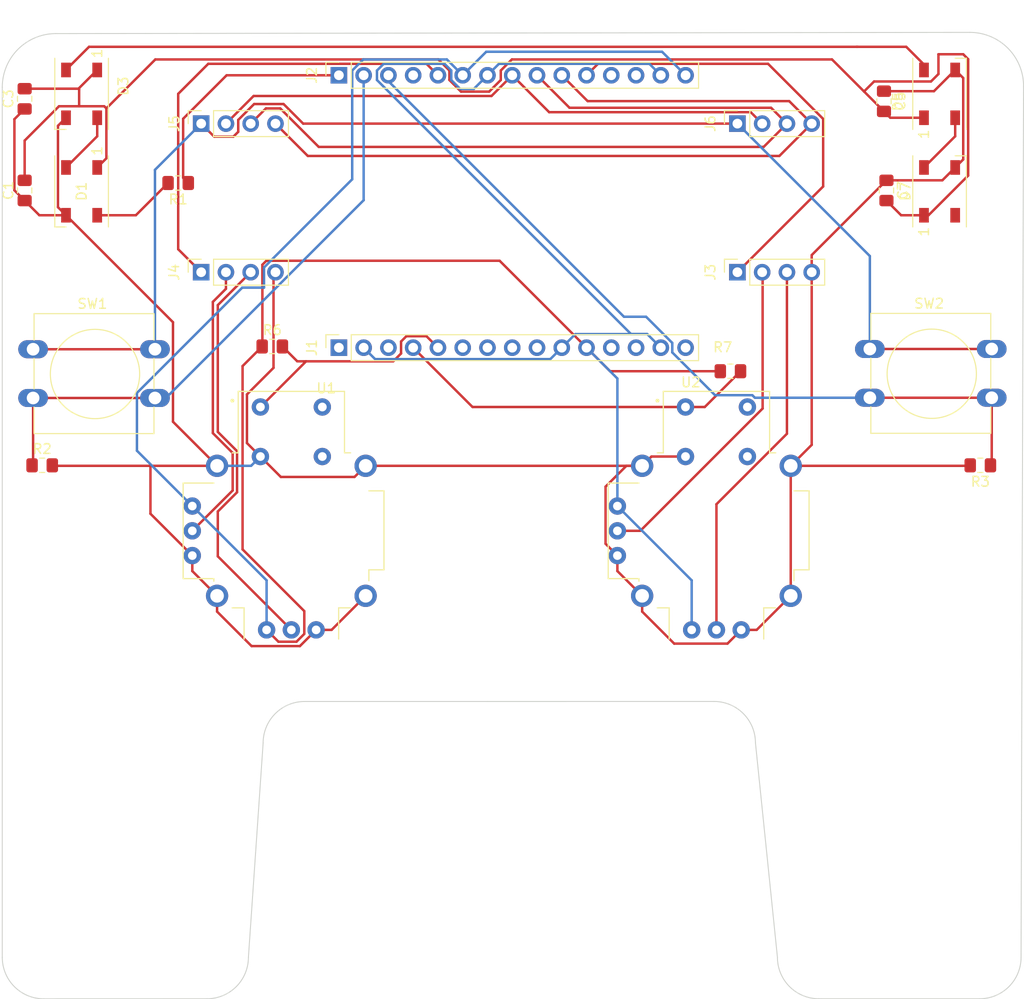
<source format=kicad_pcb>
(kicad_pcb (version 20211014) (generator pcbnew)
  (layers (0 "F.Cu" signal) (31 "B.Cu" signal) (34 "B.Paste" user) (35 "F.Paste" user) (36 "B.SilkS" user "B.Silkscreen") (37 "F.SilkS" user "F.Silkscreen") (38 "B.Mask" user) (39 "F.Mask" user) (44 "Edge.Cuts" user))
  (net 0 "")
  (net 1 "GND")
  (net 2 "/5V")
  (net 3 "Net-(D1-Pad2)")
  (net 4 "Net-(D1-Pad4)")
  (net 5 "Net-(D3-Pad2)")
  (net 6 "Net-(D5-Pad2)")
  (net 7 "/A0")
  (net 8 "/G")
  (net 9 "/VV")
  (net 10 "/S3{slash}R3")
  (net 11 "/S2{slash}L3")
  (net 12 "/S1")
  (net 13 "/SC")
  (net 14 "/SO")
  (net 15 "/SK")
  (net 16 "/3V3")
  (net 17 "/EN")
  (net 18 "/RST")
  (net 19 "/VIN")
  (net 20 "/D0{slash}RGB")
  (net 21 "/D1{slash}ATTACK")
  (net 22 "/D2{slash}SPECIAL")
  (net 23 "/D3")
  (net 24 "/D4{slash}CSL")
  (net 25 "/D5{slash}CLK")
  (net 26 "/D6{slash}DOUT")
  (net 27 "/D7{slash}DIN")
  (net 28 "/D8{slash}CSR")
  (net 29 "/RX")
  (net 30 "/TX")
  (net 31 "/RIGHTV")
  (net 32 "/RIGHTH")
  (net 33 "/LEFTV")
  (net 34 "/LEFTH")
  (net 35 "/3.3V")
  (footprint "LED_SMD:LED_WS2812B_PLCC4_5.0x5.0mm_P3.2mm" (layer "F.Cu") (at 191.886 69.182 90)
    (fp_text reference "D7" (at 0 -3.5 90) (layer "F.SilkS"))
    (fp_text value "WS2812B")
    (fp_text user "1" (at -4.15 -1.6 90) (layer "F.SilkS"))
    (pad "1" smd rect (at -2.45 -1.6 90) (size 1.5 1) (layers "F.Cu" "F.Paste" "F.Mask") (net 2 "/5V"))
    (pad "2" smd rect (at -2.45 1.6 90) (size 1.5 1) (layers "F.Cu" "F.Paste" "F.Mask"))
    (pad "3" smd rect (at 2.45 1.6 90) (size 1.5 1) (layers "F.Cu" "F.Paste" "F.Mask") (net 1 "GND"))
    (pad "4" smd rect (at 2.45 -1.6 90) (size 1.5 1) (layers "F.Cu" "F.Paste" "F.Mask") (net 6 "Net-(D5-Pad2)"))
  )
  (footprint "Capacitor_SMD:C_0805_2012Metric_Pad1.18x1.45mm_HandSolder" (layer "F.Cu") (at 196.0665 97.282 180)
    (fp_text reference "R3" (at 0 -1.68) (layer "F.SilkS"))
    (fp_text value "1K")
    (pad "1" smd roundrect (at -1.0375 0 180) (size 1.175 1.45) (layers "F.Cu" "F.Paste" "F.Mask") (roundrect_rratio 0.212766) (net 22 "/D2{slash}SPECIAL"))
    (pad "2" smd roundrect (at 1.0375 0 180) (size 1.175 1.45) (layers "F.Cu" "F.Paste" "F.Mask") (roundrect_rratio 0.212766) (net 1 "GND"))
  )
  (footprint "Capacitor_SMD:C_0805_2012Metric_Pad1.18x1.45mm_HandSolder" (layer "F.Cu") (at 98.044 69.088 90)
    (fp_text reference "C1" (at 0 -1.68 90) (layer "F.SilkS"))
    (fp_text value "0.1 uF")
    (pad "1" smd roundrect (at -1.0375 0 90) (size 1.175 1.45) (layers "F.Cu" "F.Paste" "F.Mask") (roundrect_rratio 0.212766) (net 1 "GND"))
    (pad "2" smd roundrect (at 1.0375 0 90) (size 1.175 1.45) (layers "F.Cu" "F.Paste" "F.Mask") (roundrect_rratio 0.212766) (net 2 "/5V"))
  )
  (footprint "COM-09032:XDCR_COM-09032" (layer "F.Cu") (at 169 104)
    (fp_text reference "U2" (at -2.625 -15.235) (layer "F.SilkS"))
    (fp_text value "COM-09032")
    (pad "B1A" thru_hole circle locked (at -3.175 -12.7) (size 1.778 1.778) (drill 0.9) (layers *.Cu *.Mask) (net 10 "/S3{slash}R3"))
    (pad "B1B" thru_hole circle locked (at 3.175 -12.7) (size 1.778 1.778) (drill 0.9) (layers *.Cu *.Mask))
    (pad "B2A" thru_hole circle locked (at -3.175 -7.62) (size 1.778 1.778) (drill 0.9) (layers *.Cu *.Mask) (net 1 "GND"))
    (pad "B2B" thru_hole circle locked (at 3.175 -7.62) (size 1.778 1.778) (drill 0.9) (layers *.Cu *.Mask))
    (pad "H1" thru_hole circle locked (at -2.54 10.16) (size 1.778 1.778) (drill 0.889) (layers *.Cu *.Mask) (net 16 "/3V3"))
    (pad "H2" thru_hole circle locked (at 0 10.16) (size 1.778 1.778) (drill 0.889) (layers *.Cu *.Mask) (net 32 "/RIGHTH"))
    (pad "H3" thru_hole circle locked (at 2.54 10.16) (size 1.778 1.778) (drill 0.889) (layers *.Cu *.Mask) (net 1 "GND"))
    (pad "S1" thru_hole circle locked (at -7.62 -6.6675) (size 2.286 2.286) (drill 1.397) (layers *.Cu *.Mask) (net 1 "GND"))
    (pad "S2" thru_hole circle locked (at -7.62 6.6675) (size 2.286 2.286) (drill 1.397) (layers *.Cu *.Mask) (net 1 "GND"))
    (pad "S3" thru_hole circle locked (at 7.62 6.6675) (size 2.286 2.286) (drill 1.397) (layers *.Cu *.Mask) (net 1 "GND"))
    (pad "S4" thru_hole circle locked (at 7.62 -6.6675) (size 2.286 2.286) (drill 1.397) (layers *.Cu *.Mask) (net 1 "GND"))
    (pad "V1" thru_hole circle locked (at -10.16 -2.54) (size 1.778 1.778) (drill 0.889) (layers *.Cu *.Mask) (net 16 "/3V3"))
    (pad "V2" thru_hole circle locked (at -10.16 0) (size 1.778 1.778) (drill 0.889) (layers *.Cu *.Mask) (net 31 "/RIGHTV"))
    (pad "V3" thru_hole circle locked (at -10.16 2.54) (size 1.778 1.778) (drill 0.889) (layers *.Cu *.Mask) (net 1 "GND"))
  )
  (footprint "Capacitor_SMD:C_0805_2012Metric_Pad1.18x1.45mm_HandSolder" (layer "F.Cu") (at 98.044 59.69 90)
    (fp_text reference "C3" (at 0 -1.68 90) (layer "F.SilkS"))
    (fp_text value "0.1 uF")
    (pad "1" smd roundrect (at -1.0375 0 90) (size 1.175 1.45) (layers "F.Cu" "F.Paste" "F.Mask") (roundrect_rratio 0.212766) (net 1 "GND"))
    (pad "2" smd roundrect (at 1.0375 0 90) (size 1.175 1.45) (layers "F.Cu" "F.Paste" "F.Mask") (roundrect_rratio 0.212766) (net 2 "/5V"))
  )
  (footprint "Capacitor_SMD:C_0805_2012Metric_Pad1.18x1.45mm_HandSolder" (layer "F.Cu") (at 113.792 68.326 180)
    (fp_text reference "R1" (at 0 -1.68) (layer "F.SilkS"))
    (fp_text value "330")
    (pad "1" smd roundrect (at -1.0375 0 180) (size 1.175 1.45) (layers "F.Cu" "F.Paste" "F.Mask") (roundrect_rratio 0.212766) (net 20 "/D0{slash}RGB"))
    (pad "2" smd roundrect (at 1.0375 0 180) (size 1.175 1.45) (layers "F.Cu" "F.Paste" "F.Mask") (roundrect_rratio 0.212766) (net 4 "Net-(D1-Pad4)"))
  )
  (footprint "Capacitor_SMD:C_0805_2012Metric_Pad1.18x1.45mm_HandSolder" (layer "F.Cu") (at 123.444 85.09)
    (fp_text reference "R6" (at 0 -1.68) (layer "F.SilkS"))
    (fp_text value "1K")
    (pad "1" smd roundrect (at -1.0375 0) (size 1.175 1.45) (layers "F.Cu" "F.Paste" "F.Mask") (roundrect_rratio 0.212766) (net 16 "/3V3"))
    (pad "2" smd roundrect (at 1.0375 0) (size 1.175 1.45) (layers "F.Cu" "F.Paste" "F.Mask") (roundrect_rratio 0.212766) (net 11 "/S2{slash}L3"))
  )
  (footprint "Connector_PinSocket_2.54mm:PinSocket_1x15_P2.54mm_Vertical" (layer "F.Cu") (at 130.275 57.275 90)
    (fp_text reference "J2" (at 0 -2.77 90) (layer "F.SilkS"))
    (fp_text value "Conn_01x15_Female")
    (pad "1" thru_hole rect (at 0 0 90) (size 1.7 1.7) (drill 1) (layers *.Cu *.Mask) (net 20 "/D0{slash}RGB"))
    (pad "2" thru_hole oval (at 0 2.54 90) (size 1.7 1.7) (drill 1) (layers *.Cu *.Mask) (net 21 "/D1{slash}ATTACK"))
    (pad "3" thru_hole oval (at 0 5.08 90) (size 1.7 1.7) (drill 1) (layers *.Cu *.Mask) (net 22 "/D2{slash}SPECIAL"))
    (pad "4" thru_hole oval (at 0 7.62 90) (size 1.7 1.7) (drill 1) (layers *.Cu *.Mask) (net 23 "/D3"))
    (pad "5" thru_hole oval (at 0 10.16 90) (size 1.7 1.7) (drill 1) (layers *.Cu *.Mask) (net 24 "/D4{slash}CSL"))
    (pad "6" thru_hole oval (at 0 12.7 90) (size 1.7 1.7) (drill 1) (layers *.Cu *.Mask) (net 16 "/3V3"))
    (pad "7" thru_hole oval (at 0 15.24 90) (size 1.7 1.7) (drill 1) (layers *.Cu *.Mask) (net 8 "/G"))
    (pad "8" thru_hole oval (at 0 17.78 90) (size 1.7 1.7) (drill 1) (layers *.Cu *.Mask) (net 25 "/D5{slash}CLK"))
    (pad "9" thru_hole oval (at 0 20.32 90) (size 1.7 1.7) (drill 1) (layers *.Cu *.Mask) (net 26 "/D6{slash}DOUT"))
    (pad "10" thru_hole oval (at 0 22.86 90) (size 1.7 1.7) (drill 1) (layers *.Cu *.Mask) (net 27 "/D7{slash}DIN"))
    (pad "11" thru_hole oval (at 0 25.4 90) (size 1.7 1.7) (drill 1) (layers *.Cu *.Mask) (net 28 "/D8{slash}CSR"))
    (pad "12" thru_hole oval (at 0 27.94 90) (size 1.7 1.7) (drill 1) (layers *.Cu *.Mask) (net 29 "/RX"))
    (pad "13" thru_hole oval (at 0 30.48 90) (size 1.7 1.7) (drill 1) (layers *.Cu *.Mask) (net 30 "/TX"))
    (pad "14" thru_hole oval (at 0 33.02 90) (size 1.7 1.7) (drill 1) (layers *.Cu *.Mask) (net 8 "/G"))
    (pad "15" thru_hole oval (at 0 35.56 90) (size 1.7 1.7) (drill 1) (layers *.Cu *.Mask) (net 16 "/3V3"))
  )
  (footprint "Connector_PinSocket_2.54mm:PinSocket_1x15_P2.54mm_Vertical" (layer "F.Cu") (at 130.275 85.215 90)
    (fp_text reference "J1" (at 0 -2.77 90) (layer "F.SilkS"))
    (fp_text value "Conn_01x15_Female")
    (pad "1" thru_hole rect (at 0 0 90) (size 1.7 1.7) (drill 1) (layers *.Cu *.Mask) (net 7 "/A0"))
    (pad "2" thru_hole oval (at 0 2.54 90) (size 1.7 1.7) (drill 1) (layers *.Cu *.Mask) (net 8 "/G"))
    (pad "3" thru_hole oval (at 0 5.08 90) (size 1.7 1.7) (drill 1) (layers *.Cu *.Mask) (net 9 "/VV"))
    (pad "4" thru_hole oval (at 0 7.62 90) (size 1.7 1.7) (drill 1) (layers *.Cu *.Mask) (net 10 "/S3{slash}R3"))
    (pad "5" thru_hole oval (at 0 10.16 90) (size 1.7 1.7) (drill 1) (layers *.Cu *.Mask) (net 11 "/S2{slash}L3"))
    (pad "6" thru_hole oval (at 0 12.7 90) (size 1.7 1.7) (drill 1) (layers *.Cu *.Mask) (net 12 "/S1"))
    (pad "7" thru_hole oval (at 0 15.24 90) (size 1.7 1.7) (drill 1) (layers *.Cu *.Mask) (net 13 "/SC"))
    (pad "8" thru_hole oval (at 0 17.78 90) (size 1.7 1.7) (drill 1) (layers *.Cu *.Mask) (net 14 "/SO"))
    (pad "9" thru_hole oval (at 0 20.32 90) (size 1.7 1.7) (drill 1) (layers *.Cu *.Mask) (net 15 "/SK"))
    (pad "10" thru_hole oval (at 0 22.86 90) (size 1.7 1.7) (drill 1) (layers *.Cu *.Mask) (net 8 "/G"))
    (pad "11" thru_hole oval (at 0 25.4 90) (size 1.7 1.7) (drill 1) (layers *.Cu *.Mask) (net 16 "/3V3"))
    (pad "12" thru_hole oval (at 0 27.94 90) (size 1.7 1.7) (drill 1) (layers *.Cu *.Mask) (net 17 "/EN"))
    (pad "13" thru_hole oval (at 0 30.48 90) (size 1.7 1.7) (drill 1) (layers *.Cu *.Mask) (net 18 "/RST"))
    (pad "14" thru_hole oval (at 0 33.02 90) (size 1.7 1.7) (drill 1) (layers *.Cu *.Mask) (net 8 "/G"))
    (pad "15" thru_hole oval (at 0 35.56 90) (size 1.7 1.7) (drill 1) (layers *.Cu *.Mask) (net 19 "/VIN"))
  )
  (footprint "LED_SMD:LED_WS2812B_PLCC4_5.0x5.0mm_P3.2mm" (layer "F.Cu") (at 191.886 59.182 90)
    (fp_text reference "D5" (at -0.79 -4.28 90) (layer "F.SilkS"))
    (fp_text value "WS2812B")
    (fp_text user "1" (at -4.15 -1.6 90) (layer "F.SilkS"))
    (pad "1" smd rect (at -2.45 -1.6 90) (size 1.5 1) (layers "F.Cu" "F.Paste" "F.Mask") (net 2 "/5V"))
    (pad "2" smd rect (at -2.45 1.6 90) (size 1.5 1) (layers "F.Cu" "F.Paste" "F.Mask") (net 6 "Net-(D5-Pad2)"))
    (pad "3" smd rect (at 2.45 1.6 90) (size 1.5 1) (layers "F.Cu" "F.Paste" "F.Mask") (net 1 "GND"))
    (pad "4" smd rect (at 2.45 -1.6 90) (size 1.5 1) (layers "F.Cu" "F.Paste" "F.Mask") (net 5 "Net-(D3-Pad2)"))
  )
  (footprint "Connector_PinSocket_2.54mm:PinSocket_1x04_P2.54mm_Vertical" (layer "F.Cu") (at 171.15 77.475 90)
    (fp_text reference "J3" (at 0 -2.77 90) (layer "F.SilkS"))
    (fp_text value "mcp2gauche")
    (pad "1" thru_hole rect (at 0 0 90) (size 1.7 1.7) (drill 1) (layers *.Cu *.Mask) (net 28 "/D8{slash}CSR"))
    (pad "2" thru_hole oval (at 0 2.54 90) (size 1.7 1.7) (drill 1) (layers *.Cu *.Mask) (net 31 "/RIGHTV"))
    (pad "3" thru_hole oval (at 0 5.08 90) (size 1.7 1.7) (drill 1) (layers *.Cu *.Mask) (net 32 "/RIGHTH"))
    (pad "4" thru_hole oval (at 0 7.62 90) (size 1.7 1.7) (drill 1) (layers *.Cu *.Mask) (net 1 "GND"))
  )
  (footprint "Button_Switch_THT:SW_PUSH-12mm" (layer "F.Cu") (at 184.735 85.35)
    (fp_text reference "SW2" (at 6.08 -4.66) (layer "F.SilkS"))
    (fp_text value "SW_Push")
    (pad "1" thru_hole oval (at 12.5 0) (size 3.048 1.85) (drill 1.3) (layers *.Cu *.Mask) (net 35 "/3.3V"))
    (pad "1" thru_hole oval (at 0 0) (size 3.048 1.85) (drill 1.3) (layers *.Cu *.Mask) (net 35 "/3.3V"))
    (pad "2" thru_hole oval (at 12.5 5) (size 3.048 1.85) (drill 1.3) (layers *.Cu *.Mask) (net 22 "/D2{slash}SPECIAL"))
    (pad "2" thru_hole oval (at 0 5) (size 3.048 1.85) (drill 1.3) (layers *.Cu *.Mask) (net 22 "/D2{slash}SPECIAL"))
  )
  (footprint "Capacitor_SMD:C_0805_2012Metric_Pad1.18x1.45mm_HandSolder" (layer "F.Cu") (at 186.436 69.088 -90)
    (fp_text reference "C7" (at 0 -1.68 90) (layer "F.SilkS"))
    (fp_text value "0.1 uF")
    (pad "1" smd roundrect (at -1.0375 0 270) (size 1.175 1.45) (layers "F.Cu" "F.Paste" "F.Mask") (roundrect_rratio 0.212766) (net 1 "GND"))
    (pad "2" smd roundrect (at 1.0375 0 270) (size 1.175 1.45) (layers "F.Cu" "F.Paste" "F.Mask") (roundrect_rratio 0.212766) (net 2 "/5V"))
  )
  (footprint "COM-09032:XDCR_COM-09032" (layer "F.Cu") (at 125.4 104)
    (fp_text reference "U1" (at 3.575 -14.62) (layer "F.SilkS"))
    (fp_text value "COM-09032")
    (pad "B1A" thru_hole circle locked (at -3.175 -12.7) (size 1.778 1.778) (drill 0.9) (layers *.Cu *.Mask) (net 11 "/S2{slash}L3"))
    (pad "B1B" thru_hole circle locked (at 3.175 -12.7) (size 1.778 1.778) (drill 0.9) (layers *.Cu *.Mask))
    (pad "B2A" thru_hole circle locked (at -3.175 -7.62) (size 1.778 1.778) (drill 0.9) (layers *.Cu *.Mask) (net 1 "GND"))
    (pad "B2B" thru_hole circle locked (at 3.175 -7.62) (size 1.778 1.778) (drill 0.9) (layers *.Cu *.Mask))
    (pad "H1" thru_hole circle locked (at -2.54 10.16) (size 1.778 1.778) (drill 0.889) (layers *.Cu *.Mask) (net 16 "/3V3"))
    (pad "H2" thru_hole circle locked (at 0 10.16) (size 1.778 1.778) (drill 0.889) (layers *.Cu *.Mask) (net 34 "/LEFTH"))
    (pad "H3" thru_hole circle locked (at 2.54 10.16) (size 1.778 1.778) (drill 0.889) (layers *.Cu *.Mask) (net 1 "GND"))
    (pad "S1" thru_hole circle locked (at -7.62 -6.6675) (size 2.286 2.286) (drill 1.397) (layers *.Cu *.Mask) (net 1 "GND"))
    (pad "S2" thru_hole circle locked (at -7.62 6.6675) (size 2.286 2.286) (drill 1.397) (layers *.Cu *.Mask) (net 1 "GND"))
    (pad "S3" thru_hole circle locked (at 7.62 6.6675) (size 2.286 2.286) (drill 1.397) (layers *.Cu *.Mask) (net 1 "GND"))
    (pad "S4" thru_hole circle locked (at 7.62 -6.6675) (size 2.286 2.286) (drill 1.397) (layers *.Cu *.Mask) (net 1 "GND"))
    (pad "V1" thru_hole circle locked (at -10.16 -2.54) (size 1.778 1.778) (drill 0.889) (layers *.Cu *.Mask) (net 16 "/3V3"))
    (pad "V2" thru_hole circle locked (at -10.16 0) (size 1.778 1.778) (drill 0.889) (layers *.Cu *.Mask) (net 33 "/LEFTV"))
    (pad "V3" thru_hole circle locked (at -10.16 2.54) (size 1.778 1.778) (drill 0.889) (layers *.Cu *.Mask) (net 1 "GND"))
  )
  (footprint "Capacitor_SMD:C_0805_2012Metric_Pad1.18x1.45mm_HandSolder" (layer "F.Cu") (at 99.8435 97.282)
    (fp_text reference "R2" (at 0 -1.68) (layer "F.SilkS"))
    (fp_text value "1K")
    (pad "1" smd roundrect (at -1.0375 0) (size 1.175 1.45) (layers "F.Cu" "F.Paste" "F.Mask") (roundrect_rratio 0.212766) (net 21 "/D1{slash}ATTACK"))
    (pad "2" smd roundrect (at 1.0375 0) (size 1.175 1.45) (layers "F.Cu" "F.Paste" "F.Mask") (roundrect_rratio 0.212766) (net 1 "GND"))
  )
  (footprint "LED_SMD:LED_WS2812B_PLCC4_5.0x5.0mm_P3.2mm" (layer "F.Cu") (at 103.886 59.182 -90)
    (fp_text reference "D3" (at -0.79 -4.28 90) (layer "F.SilkS"))
    (fp_text value "WS2812B")
    (fp_text user "1" (at -4.15 -1.6 90) (layer "F.SilkS"))
    (pad "1" smd rect (at -2.45 -1.6 270) (size 1.5 1) (layers "F.Cu" "F.Paste" "F.Mask") (net 2 "/5V"))
    (pad "2" smd rect (at -2.45 1.6 270) (size 1.5 1) (layers "F.Cu" "F.Paste" "F.Mask") (net 5 "Net-(D3-Pad2)"))
    (pad "3" smd rect (at 2.45 1.6 270) (size 1.5 1) (layers "F.Cu" "F.Paste" "F.Mask") (net 1 "GND"))
    (pad "4" smd rect (at 2.45 -1.6 270) (size 1.5 1) (layers "F.Cu" "F.Paste" "F.Mask") (net 3 "Net-(D1-Pad2)"))
  )
  (footprint "Capacitor_SMD:C_0805_2012Metric_Pad1.18x1.45mm_HandSolder" (layer "F.Cu") (at 186.182 59.944 -90)
    (fp_text reference "C5" (at 0 -1.68 90) (layer "F.SilkS"))
    (fp_text value "0.1 uF")
    (pad "1" smd roundrect (at -1.0375 0 270) (size 1.175 1.45) (layers "F.Cu" "F.Paste" "F.Mask") (roundrect_rratio 0.212766) (net 1 "GND"))
    (pad "2" smd roundrect (at 1.0375 0 270) (size 1.175 1.45) (layers "F.Cu" "F.Paste" "F.Mask") (roundrect_rratio 0.212766) (net 2 "/5V"))
  )
  (footprint "Connector_PinSocket_2.54mm:PinSocket_1x04_P2.54mm_Vertical" (layer "F.Cu") (at 116.15 77.475 90)
    (fp_text reference "J4" (at 0 -2.77 90) (layer "F.SilkS"))
    (fp_text value "mcp1gauche")
    (pad "1" thru_hole rect (at 0 0 90) (size 1.7 1.7) (drill 1) (layers *.Cu *.Mask) (net 24 "/D4{slash}CSL"))
    (pad "2" thru_hole oval (at 0 2.54 90) (size 1.7 1.7) (drill 1) (layers *.Cu *.Mask) (net 33 "/LEFTV"))
    (pad "3" thru_hole oval (at 0 5.08 90) (size 1.7 1.7) (drill 1) (layers *.Cu *.Mask) (net 34 "/LEFTH"))
    (pad "4" thru_hole oval (at 0 7.62 90) (size 1.7 1.7) (drill 1) (layers *.Cu *.Mask) (net 1 "GND"))
  )
  (footprint "Connector_PinSocket_2.54mm:PinSocket_1x04_P2.54mm_Vertical" (layer "F.Cu") (at 171.15 62.235 90)
    (fp_text reference "J6" (at 0 -2.77 90) (layer "F.SilkS"))
    (fp_text value "mcp2droite")
    (pad "1" thru_hole rect (at 0 0 90) (size 1.7 1.7) (drill 1) (layers *.Cu *.Mask) (net 35 "/3.3V"))
    (pad "2" thru_hole oval (at 0 2.54 90) (size 1.7 1.7) (drill 1) (layers *.Cu *.Mask) (net 25 "/D5{slash}CLK"))
    (pad "3" thru_hole oval (at 0 5.08 90) (size 1.7 1.7) (drill 1) (layers *.Cu *.Mask) (net 26 "/D6{slash}DOUT"))
    (pad "4" thru_hole oval (at 0 7.62 90) (size 1.7 1.7) (drill 1) (layers *.Cu *.Mask) (net 27 "/D7{slash}DIN"))
  )
  (footprint "Connector_PinSocket_2.54mm:PinSocket_1x04_P2.54mm_Vertical" (layer "F.Cu") (at 116.15 62.235 90)
    (fp_text reference "J5" (at 0 -2.77 90) (layer "F.SilkS"))
    (fp_text value "mcp1droite")
    (pad "1" thru_hole rect (at 0 0 90) (size 1.7 1.7) (drill 1) (layers *.Cu *.Mask) (net 35 "/3.3V"))
    (pad "2" thru_hole oval (at 0 2.54 90) (size 1.7 1.7) (drill 1) (layers *.Cu *.Mask) (net 25 "/D5{slash}CLK"))
    (pad "3" thru_hole oval (at 0 5.08 90) (size 1.7 1.7) (drill 1) (layers *.Cu *.Mask) (net 26 "/D6{slash}DOUT"))
    (pad "4" thru_hole oval (at 0 7.62 90) (size 1.7 1.7) (drill 1) (layers *.Cu *.Mask) (net 27 "/D7{slash}DIN"))
  )
  (footprint "Button_Switch_THT:SW_PUSH-12mm" (layer "F.Cu") (at 98.91 85.375)
    (fp_text reference "SW1" (at 6.08 -4.66) (layer "F.SilkS"))
    (fp_text value "SW_Push")
    (pad "1" thru_hole oval (at 12.5 0) (size 3.048 1.85) (drill 1.3) (layers *.Cu *.Mask) (net 35 "/3.3V"))
    (pad "1" thru_hole oval (at 0 0) (size 3.048 1.85) (drill 1.3) (layers *.Cu *.Mask) (net 35 "/3.3V"))
    (pad "2" thru_hole oval (at 12.5 5) (size 3.048 1.85) (drill 1.3) (layers *.Cu *.Mask) (net 21 "/D1{slash}ATTACK"))
    (pad "2" thru_hole oval (at 0 5) (size 3.048 1.85) (drill 1.3) (layers *.Cu *.Mask) (net 21 "/D1{slash}ATTACK"))
  )
  (footprint "Capacitor_SMD:C_0805_2012Metric_Pad1.18x1.45mm_HandSolder" (layer "F.Cu") (at 170.434 87.63)
    (fp_text reference "R7" (at -0.79 -2.46) (layer "F.SilkS"))
    (fp_text value "1K")
    (pad "1" smd roundrect (at -1.0375 0) (size 1.175 1.45) (layers "F.Cu" "F.Paste" "F.Mask") (roundrect_rratio 0.212766) (net 16 "/3V3"))
    (pad "2" smd roundrect (at 1.0375 0) (size 1.175 1.45) (layers "F.Cu" "F.Paste" "F.Mask") (roundrect_rratio 0.212766) (net 10 "/S3{slash}R3"))
  )
  (footprint "LED_SMD:LED_WS2812B_PLCC4_5.0x5.0mm_P3.2mm" (layer "F.Cu") (at 103.886 69.182 -90)
    (fp_text reference "D1" (at 0 0 90) (layer "F.SilkS"))
    (fp_text value "WS2812B")
    (fp_text user "1" (at -4.15 -1.6 90) (layer "F.SilkS"))
    (pad "1" smd rect (at -2.45 -1.6 270) (size 1.5 1) (layers "F.Cu" "F.Paste" "F.Mask") (net 2 "/5V"))
    (pad "2" smd rect (at -2.45 1.6 270) (size 1.5 1) (layers "F.Cu" "F.Paste" "F.Mask") (net 3 "Net-(D1-Pad2)"))
    (pad "3" smd rect (at 2.45 1.6 270) (size 1.5 1) (layers "F.Cu" "F.Paste" "F.Mask") (net 1 "GND"))
    (pad "4" smd rect (at 2.45 -1.6 270) (size 1.5 1) (layers "F.Cu" "F.Paste" "F.Mask") (net 4 "Net-(D1-Pad4)"))
  )
  (gr_line (start 195 52.875) (end 101.25 53) (layer "Edge.Cuts") (width 0.1))
  (gr_line (start 200.244796 147.744796) (end 200.5 58.389087) (layer "Edge.Cuts") (width 0.1))
  (gr_line (start 95.75 147.75) (end 95.75 58.5) (layer "Edge.Cuts") (width 0.1))
  (gr_line (start 173 125.75) (end 175.255204 147.744796) (layer "Edge.Cuts") (width 0.1))
  (gr_arc (start 120.994796 147.744796) (mid 119.75 150.75) (end 116.744796 151.994796) (layer "Edge.Cuts") (width 0.1))
  (gr_arc (start 200.244796 147.744796) (mid 199 150.75) (end 195.994796 151.994796) (layer "Edge.Cuts") (width 0.1))
  (gr_line (start 122.505204 125.755204) (end 120.994796 147.744796) (layer "Edge.Cuts") (width 0.1))
  (gr_arc (start 168.75 121.5) (mid 171.755204 122.744796) (end 173 125.75) (layer "Edge.Cuts") (width 0.1))
  (gr_line (start 100 152) (end 116.744796 151.994796) (layer "Edge.Cuts") (width 0.1))
  (gr_line (start 126.755204 121.505204) (end 168.75 121.5) (layer "Edge.Cuts") (width 0.1))
  (gr_arc (start 95.75 58.5) (mid 97.360913 54.610913) (end 101.25 53) (layer "Edge.Cuts") (width 0.1))
  (gr_line (start 195.994796 151.994796) (end 179.505204 151.994796) (layer "Edge.Cuts") (width 0.1))
  (gr_arc (start 122.505204 125.755204) (mid 123.75 122.75) (end 126.755204 121.505204) (layer "Edge.Cuts") (width 0.1))
  (gr_arc (start 100 152) (mid 96.994796 150.755204) (end 95.75 147.75) (layer "Edge.Cuts") (width 0.1))
  (gr_arc (start 195 52.875) (mid 198.889939 54.495016) (end 200.5 58.389087) (layer "Edge.Cuts") (width 0.1))
  (gr_arc (start 179.505204 151.994796) (mid 176.5 150.75) (end 175.255204 147.744796) (layer "Edge.Cuts") (width 0.1))
  (segment (start 102.286 71.632) (end 113.25852 82.60452) (width 0.25) (layer "F.Cu") (net 1))
  (segment (start 131.877 98.4755) (end 133.02 97.3325) (width 0.25) (layer "F.Cu") (net 1))
  (segment (start 176.62 110.6675) (end 173.1275 114.16) (width 0.25) (layer "F.Cu") (net 1))
  (segment (start 176.62 97.3325) (end 176.62 110.6675) (width 0.25) (layer "F.Cu") (net 1))
  (segment (start 117.78 110.6675) (end 117.78 112.283946) (width 0.25) (layer "F.Cu") (net 1))
  (segment (start 158.84 106.54) (end 158.84 108.1275) (width 0.25) (layer "F.Cu") (net 1))
  (segment (start 102.286 71.632) (end 101.461489 70.807489) (width 0.25) (layer "F.Cu") (net 1))
  (segment (start 178.77 75.7165) (end 186.436 68.0505) (width 0.25) (layer "F.Cu") (net 1))
  (segment (start 98.044 60.7275) (end 96.99448 61.77702) (width 0.25) (layer "F.Cu") (net 1))
  (segment (start 110.9475 97.3325) (end 117.78 97.3325) (width 0.25) (layer "F.Cu") (net 1))
  (segment (start 165.825 96.38) (end 162.3325 96.38) (width 0.25) (layer "F.Cu") (net 1))
  (segment (start 178.77 77.475) (end 178.77 95.1825) (width 0.25) (layer "F.Cu") (net 1))
  (segment (start 126.276969 115.823031) (end 127.94 114.16) (width 0.25) (layer "F.Cu") (net 1))
  (segment (start 157.626489 99.469565) (end 157.626489 105.326489) (width 0.25) (layer "F.Cu") (net 1))
  (segment (start 113.25852 92.81102) (end 117.78 97.3325) (width 0.25) (layer "F.Cu") (net 1))
  (segment (start 117.78 112.283946) (end 121.319085 115.823031) (width 0.25) (layer "F.Cu") (net 1))
  (segment (start 194.310511 57.556511) (end 194.310511 65.907489) (width 0.25) (layer "F.Cu") (net 1))
  (segment (start 170.13 115.57) (end 171.54 114.16) (width 0.25) (layer "F.Cu") (net 1))
  (segment (start 194.310511 65.907489) (end 193.486 66.732) (width 0.25) (layer "F.Cu") (net 1))
  (segment (start 100.881 97.282) (end 100.9315 97.3325) (width 0.25) (layer "F.Cu") (net 1))
  (segment (start 96.99448 69.07598) (end 98.044 70.1255) (width 0.25) (layer "F.Cu") (net 1))
  (segment (start 157.626489 105.326489) (end 158.84 106.54) (width 0.25) (layer "F.Cu") (net 1))
  (segment (start 161.38 110.6675) (end 161.38 112.283946) (width 0.25) (layer "F.Cu") (net 1))
  (segment (start 98.044 70.1255) (end 99.5505 71.632) (width 0.25) (layer "F.Cu") (net 1))
  (segment (start 115.24 106.54) (end 115.24 108.1275) (width 0.25) (layer "F.Cu") (net 1))
  (segment (start 159.763554 97.3325) (end 157.626489 99.469565) (width 0.25) (layer "F.Cu") (net 1))
  (segment (start 122.225 96.38) (end 124.3205 98.4755) (width 0.25) (layer "F.Cu") (net 1))
  (segment (start 122.225 96.38) (end 120.84552 95.00052) (width 0.25) (layer "F.Cu") (net 1))
  (segment (start 195.029 97.282) (end 194.9785 97.3325) (width 0.25) (layer "F.Cu") (net 1))
  (segment (start 110.9475 102.2475) (end 110.9475 97.3325) (width 0.25) (layer "F.Cu") (net 1))
  (segment (start 115.24 108.1275) (end 117.78 110.6675) (width 0.25) (layer "F.Cu") (net 1))
  (segment (start 178.77 95.1825) (end 176.62 97.3325) (width 0.25) (layer "F.Cu") (net 1))
  (segment (start 127.94 114.16) (end 129.5275 114.16) (width 0.25) (layer "F.Cu") (net 1))
  (segment (start 101.461489 62.456511) (end 102.286 61.632) (width 0.25) (layer "F.Cu") (net 1))
  (segment (start 173.1275 114.16) (end 171.54 114.16) (width 0.25) (layer "F.Cu") (net 1))
  (segment (start 120.84552 90.008) (end 123.56948 87.28404) (width 0.25) (layer "F.Cu") (net 1))
  (segment (start 186.436 68.0505) (end 192.1675 68.0505) (width 0.25) (layer "F.Cu") (net 1))
  (segment (start 96.99448 61.77702) (end 96.99448 69.07598) (width 0.25) (layer "F.Cu") (net 1))
  (segment (start 115.24 106.54) (end 110.9475 102.2475) (width 0.25) (layer "F.Cu") (net 1))
  (segment (start 194.9785 97.3325) (end 176.62 97.3325) (width 0.25) (layer "F.Cu") (net 1))
  (segment (start 113.25852 82.60452) (end 113.25852 92.81102) (width 0.25) (layer "F.Cu") (net 1))
  (segment (start 161.38 97.3325) (end 159.763554 97.3325) (width 0.25) (layer "F.Cu") (net 1))
  (segment (start 101.461489 70.807489) (end 101.461489 62.456511) (width 0.25) (layer "F.Cu") (net 1))
  (segment (start 99.5505 71.632) (end 102.286 71.632) (width 0.25) (layer "F.Cu") (net 1))
  (segment (start 133.02 97.3325) (end 161.38 97.3325) (width 0.25) (layer "F.Cu") (net 1))
  (segment (start 121.319085 115.823031) (end 126.276969 115.823031) (width 0.25) (layer "F.Cu") (net 1))
  (segment (start 100.9315 97.3325) (end 110.9475 97.3325) (width 0.25) (layer "F.Cu") (net 1))
  (segment (start 129.5275 114.16) (end 133.02 110.6675) (width 0.25) (layer "F.Cu") (net 1))
  (segment (start 123.56948 87.28404) (end 123.56948 77.67552) (width 0.25) (layer "F.Cu") (net 1))
  (segment (start 178.77 77.475) (end 178.77 75.7165) (width 0.25) (layer "F.Cu") (net 1))
  (segment (start 193.486 56.732) (end 194.310511 57.556511) (width 0.25) (layer "F.Cu") (net 1))
  (segment (start 123.56948 77.67552) (end 123.77 77.475) (width 0.25) (layer "F.Cu") (net 1))
  (segment (start 192.1675 68.0505) (end 193.486 66.732) (width 0.25) (layer "F.Cu") (net 1))
  (segment (start 158.84 108.1275) (end 161.38 110.6675) (width 0.25) (layer "F.Cu") (net 1))
  (segment (start 120.84552 95.00052) (end 120.84552 90.008) (width 0.25) (layer "F.Cu") (net 1))
  (segment (start 164.666054 115.57) (end 170.13 115.57) (width 0.25) (layer "F.Cu") (net 1))
  (segment (start 186.182 58.9065) (end 191.3115 58.9065) (width 0.25) (layer "F.Cu") (net 1))
  (segment (start 191.3115 58.9065) (end 193.486 56.732) (width 0.25) (layer "F.Cu") (net 1))
  (segment (start 161.38 112.283946) (end 164.666054 115.57) (width 0.25) (layer "F.Cu") (net 1))
  (segment (start 162.3325 96.38) (end 161.38 97.3325) (width 0.25) (layer "F.Cu") (net 1))
  (segment (start 124.3205 98.4755) (end 131.877 98.4755) (width 0.25) (layer "F.Cu") (net 1))
  (segment (start 117.78 97.3325) (end 121.2725 97.3325) (width 0.25) (layer "B.Cu") (net 1))
  (segment (start 121.2725 97.3325) (end 122.225 96.38) (width 0.25) (layer "B.Cu") (net 1))
  (segment (start 194.818 67.564) (end 190.75 71.632) (width 0.25) (layer "F.Cu") (net 2))
  (segment (start 148.018021 55.650969) (end 180.851469 55.650969) (width 0.25) (layer "F.Cu") (net 2))
  (segment (start 146.880489 57.761499) (end 146.880489 56.788501) (width 0.25) (layer "F.Cu") (net 2))
  (segment (start 101.566978 60.452) (end 103.632 60.452) (width 0.25) (layer "F.Cu") (net 2))
  (segment (start 184.13925 58.93875) (end 185.166 57.912) (width 0.25) (layer "F.Cu") (net 2))
  (segment (start 106.426 60.672978) (end 106.426 65.792) (width 0.25) (layer "F.Cu") (net 2))
  (segment (start 141.609511 56.788501) (end 141.609511 57.761499) (width 0.25) (layer "F.Cu") (net 2))
  (segment (start 191.77 57.147022) (end 191.77 55.118) (width 0.25) (layer "F.Cu") (net 2))
  (segment (start 187.9425 71.632) (end 190.286 71.632) (width 0.25) (layer "F.Cu") (net 2))
  (segment (start 186.182 60.9815) (end 186.8325 61.632) (width 0.25) (layer "F.Cu") (net 2))
  (segment (start 111.448009 55.650969) (end 140.471979 55.650969) (width 0.25) (layer "F.Cu") (net 2))
  (segment (start 103.632 58.719) (end 103.632 60.452) (width 0.25) (layer "F.Cu") (net 2))
  (segment (start 103.632 60.452) (end 106.205022 60.452) (width 0.25) (layer "F.Cu") (net 2))
  (segment (start 106.205022 60.452) (end 106.426 60.672978) (width 0.25) (layer "F.Cu") (net 2))
  (segment (start 194.818 55.626) (end 194.818 67.564) (width 0.25) (layer "F.Cu") (net 2))
  (segment (start 142.798492 58.95048) (end 145.691508 58.95048) (width 0.25) (layer "F.Cu") (net 2))
  (segment (start 141.609511 57.761499) (end 142.798492 58.95048) (width 0.25) (layer "F.Cu") (net 2))
  (segment (start 106.426 65.792) (end 105.486 66.732) (width 0.25) (layer "F.Cu") (net 2))
  (segment (start 98.044 63.974978) (end 101.566978 60.452) (width 0.25) (layer "F.Cu") (net 2))
  (segment (start 146.880489 56.788501) (end 148.018021 55.650969) (width 0.25) (layer "F.Cu") (net 2))
  (segment (start 186.436 70.1255) (end 187.9425 71.632) (width 0.25) (layer "F.Cu") (net 2))
  (segment (start 191.005022 57.912) (end 191.77 57.147022) (width 0.25) (layer "F.Cu") (net 2))
  (segment (start 185.166 57.912) (end 191.005022 57.912) (width 0.25) (layer "F.Cu") (net 2))
  (segment (start 190.75 71.632) (end 190.286 71.632) (width 0.25) (layer "F.Cu") (net 2))
  (segment (start 186.8325 61.632) (end 190.286 61.632) (width 0.25) (layer "F.Cu") (net 2))
  (segment (start 103.5655 58.6525) (end 103.632 58.719) (width 0.25) (layer "F.Cu") (net 2))
  (segment (start 103.5655 58.6525) (end 105.486 56.732) (width 0.25) (layer "F.Cu") (net 2))
  (segment (start 106.426 60.672978) (end 111.448009 55.650969) (width 0.25) (layer "F.Cu") (net 2))
  (segment (start 180.851469 55.650969) (end 184.13925 58.93875) (width 0.25) (layer "F.Cu") (net 2))
  (segment (start 140.471979 55.650969) (end 141.609511 56.788501) (width 0.25) (layer "F.Cu") (net 2))
  (segment (start 191.77 55.118) (end 194.31 55.118) (width 0.25) (layer "F.Cu") (net 2))
  (segment (start 194.31 55.118) (end 194.818 55.626) (width 0.25) (layer "F.Cu") (net 2))
  (segment (start 184.13925 58.93875) (end 186.182 60.9815) (width 0.25) (layer "F.Cu") (net 2))
  (segment (start 98.044 58.6525) (end 103.5655 58.6525) (width 0.25) (layer "F.Cu") (net 2))
  (segment (start 98.044 68.0505) (end 98.044 63.974978) (width 0.25) (layer "F.Cu") (net 2))
  (segment (start 145.691508 58.95048) (end 146.880489 57.761499) (width 0.25) (layer "F.Cu") (net 2))
  (segment (start 105.486 61.632) (end 105.486 63.532) (width 0.25) (layer "F.Cu") (net 3))
  (segment (start 105.486 63.532) (end 102.286 66.732) (width 0.25) (layer "F.Cu") (net 3))
  (segment (start 105.486 71.632) (end 109.4485 71.632) (width 0.25) (layer "F.Cu") (net 4))
  (segment (start 109.4485 71.632) (end 112.7545 68.326) (width 0.25) (layer "F.Cu") (net 4))
  (segment (start 102.286 56.718) (end 102.286 56.732) (width 0.25) (layer "F.Cu") (net 5))
  (segment (start 104.648 54.356) (end 102.286 56.718) (width 0.25) (layer "F.Cu") (net 5))
  (segment (start 188.468 54.356) (end 183.388 54.356) (width 0.25) (layer "F.Cu") (net 5))
  (segment (start 183.476 54.356) (end 183.388 54.356) (width 0.25) (layer "F.Cu") (net 5))
  (segment (start 183.388 54.356) (end 104.648 54.356) (width 0.25) (layer "F.Cu") (net 5))
  (segment (start 190.286 56.732) (end 190.286 56.174) (width 0.25) (layer "F.Cu") (net 5))
  (segment (start 190.286 56.174) (end 188.468 54.356) (width 0.25) (layer "F.Cu") (net 5))
  (segment (start 193.486 61.632) (end 193.486 63.532) (width 0.25) (layer "F.Cu") (net 6))
  (segment (start 193.486 63.532) (end 190.286 66.732) (width 0.25) (layer "F.Cu") (net 6))
  (segment (start 162.120489 56.100489) (end 146.689511 56.100489) (width 0.25) (layer "B.Cu") (net 8))
  (segment (start 134.868501 56.100489) (end 141.112477 56.100489) (width 0.25) (layer "B.Cu") (net 8))
  (segment (start 161.9 83.82) (end 160.23899 83.82) (width 0.25) (layer "B.Cu") (net 8))
  (segment (start 141.112477 56.100489) (end 141.800489 56.788501) (width 0.25) (layer "B.Cu") (net 8))
  (segment (start 132.815 85.215) (end 133.989511 86.389511) (width 0.25) (layer "B.Cu") (net 8))
  (segment (start 161.9 83.82) (end 154.53 83.82) (width 0.25) (layer "B.Cu") (net 8))
  (segment (start 134.180489 56.788501) (end 134.868501 56.100489) (width 0.25) (layer "B.Cu") (net 8))
  (segment (start 133.989511 86.389511) (end 151.960489 86.389511) (width 0.25) (layer "B.Cu") (net 8))
  (segment (start 146.689511 56.100489) (end 145.515 57.275) (width 0.25) (layer "B.Cu") (net 8))
  (segment (start 163.295 85.215) (end 161.9 83.82) (width 0.25) (layer "B.Cu") (net 8))
  (segment (start 163.295 57.275) (end 162.120489 56.100489) (width 0.25) (layer "B.Cu") (net 8))
  (segment (start 141.800489 57.761499) (end 142.71299 58.674) (width 0.25) (layer "B.Cu") (net 8))
  (segment (start 144.116 58.674) (end 145.515 57.275) (width 0.25) (layer "B.Cu") (net 8))
  (segment (start 134.180489 57.761499) (end 134.180489 56.788501) (width 0.25) (layer "B.Cu") (net 8))
  (segment (start 141.800489 56.788501) (end 141.800489 57.761499) (width 0.25) (layer "B.Cu") (net 8))
  (segment (start 142.71299 58.674) (end 144.116 58.674) (width 0.25) (layer "B.Cu") (net 8))
  (segment (start 154.53 83.82) (end 153.135 85.215) (width 0.25) (layer "B.Cu") (net 8))
  (segment (start 160.23899 83.82) (end 134.180489 57.761499) (width 0.25) (layer "B.Cu") (net 8))
  (segment (start 151.960489 86.389511) (end 153.135 85.215) (width 0.25) (layer "B.Cu") (net 8))
  (segment (start 137.895 85.215) (end 143.98 91.3) (width 0.25) (layer "F.Cu") (net 10))
  (segment (start 165.825 91.3) (end 167.8015 91.3) (width 0.25) (layer "F.Cu") (net 10))
  (segment (start 167.8015 91.3) (end 171.4715 87.63) (width 0.25) (layer "F.Cu") (net 10))
  (segment (start 143.98 91.3) (end 165.825 91.3) (width 0.25) (layer "F.Cu") (net 10))
  (segment (start 126.0055 86.614) (end 126.911 86.614) (width 0.25) (layer "F.Cu") (net 11))
  (segment (start 136.652 85.810994) (end 135.848994 86.614) (width 0.25) (layer "F.Cu") (net 11))
  (segment (start 139.260489 84.040489) (end 137.193511 84.040489) (width 0.25) (layer "F.Cu") (net 11))
  (segment (start 136.652 84.582) (end 136.652 85.810994) (width 0.25) (layer "F.Cu") (net 11))
  (segment (start 135.848994 86.614) (end 126.911 86.614) (width 0.25) (layer "F.Cu") (net 11))
  (segment (start 137.193511 84.040489) (end 136.652 84.582) (width 0.25) (layer "F.Cu") (net 11))
  (segment (start 124.4815 85.09) (end 126.0055 86.614) (width 0.25) (layer "F.Cu") (net 11))
  (segment (start 140.435 85.215) (end 139.260489 84.040489) (width 0.25) (layer "F.Cu") (net 11))
  (segment (start 126.911 86.614) (end 122.225 91.3) (width 0.25) (layer "F.Cu") (net 11))
  (segment (start 126.726489 112.235632) (end 126.726489 114.573511) (width 0.25) (layer "F.Cu") (net 16))
  (segment (start 120.396 87.1005) (end 120.396 105.905143) (width 0.25) (layer "F.Cu") (net 16))
  (segment (start 122.4065 85.09) (end 122.428 85.0685) (width 0.25) (layer "F.Cu") (net 16))
  (segment (start 122.428 76.708) (end 122.835511 76.300489) (width 0.25) (layer "F.Cu") (net 16))
  (segment (start 126.726489 114.573511) (end 125.926489 115.373511) (width 0.25) (layer "F.Cu") (net 16))
  (segment (start 122.4065 85.09) (end 120.396 87.1005) (width 0.25) (layer "F.Cu") (net 16))
  (segment (start 120.396 105.905143) (end 126.726489 112.235632) (width 0.25) (layer "F.Cu") (net 16))
  (segment (start 122.835511 76.300489) (end 146.760489 76.300489) (width 0.25) (layer "F.Cu") (net 16))
  (segment (start 169.3965 87.63) (end 158.09 87.63) (width 0.25) (layer "F.Cu") (net 16))
  (segment (start 146.760489 76.300489) (end 155.675 85.215) (width 0.25) (layer "F.Cu") (net 16))
  (segment (start 122.428 85.0685) (end 122.428 76.708) (width 0.25) (layer "F.Cu") (net 16))
  (segment (start 125.926489 115.373511) (end 124.073511 115.373511) (width 0.25) (layer "F.Cu") (net 16))
  (segment (start 158.09 87.63) (end 155.675 85.215) (width 0.25) (layer "F.Cu") (net 16))
  (segment (start 124.073511 115.373511) (end 122.86 114.16) (width 0.25) (layer "F.Cu") (net 16))
  (segment (start 163.424 54.864) (end 145.386 54.864) (width 0.25) (layer "B.Cu") (net 16))
  (segment (start 158.84 101.46) (end 166.46 109.08) (width 0.25) (layer "B.Cu") (net 16))
  (segment (start 158.84 88.38) (end 155.675 85.215) (width 0.25) (layer "B.Cu") (net 16))
  (segment (start 122.595489 79.056559) (end 120.362353 79.056559) (width 0.25) (layer "B.Cu") (net 16))
  (segment (start 122.595489 76.988501) (end 122.595489 79.056559) (width 0.25) (layer "B.Cu") (net 16))
  (segment (start 109.56148 95.78148) (end 115.24 101.46) (width 0.25) (layer "B.Cu") (net 16))
  (segment (start 109.56148 89.857432) (end 109.56148 95.78148) (width 0.25) (layer "B.Cu") (net 16))
  (segment (start 120.362353 79.056559) (end 109.56148 89.857432) (width 0.25) (layer "B.Cu") (net 16))
  (segment (start 166.46 109.08) (end 166.46 114.16) (width 0.25) (layer "B.Cu") (net 16))
  (segment (start 131.640489 56.788501) (end 131.640489 67.943501) (width 0.25) (layer "B.Cu") (net 16))
  (segment (start 142.975 57.275) (end 141.350969 55.650969) (width 0.25) (layer "B.Cu") (net 16))
  (segment (start 122.86 109.08) (end 122.86 114.16) (width 0.25) (layer "B.Cu") (net 16))
  (segment (start 132.778021 55.650969) (end 131.640489 56.788501) (width 0.25) (layer "B.Cu") (net 16))
  (segment (start 115.24 101.46) (end 122.86 109.08) (width 0.25) (layer "B.Cu") (net 16))
  (segment (start 141.350969 55.650969) (end 132.778021 55.650969) (width 0.25) (layer "B.Cu") (net 16))
  (segment (start 158.84 101.46) (end 158.84 88.38) (width 0.25) (layer "B.Cu") (net 16))
  (segment (start 165.835 57.275) (end 163.424 54.864) (width 0.25) (layer "B.Cu") (net 16))
  (segment (start 131.640489 67.943501) (end 122.595489 76.988501) (width 0.25) (layer "B.Cu") (net 16))
  (segment (start 145.386 54.864) (end 142.975 57.275) (width 0.25) (layer "B.Cu") (net 16))
  (segment (start 118.760978 57.275) (end 130.275 57.275) (width 0.25) (layer "F.Cu") (net 20))
  (segment (start 114.3 67.7965) (end 114.3 61.735978) (width 0.25) (layer "F.Cu") (net 20))
  (segment (start 114.8295 68.326) (end 114.3 67.7965) (width 0.25) (layer "F.Cu") (net 20))
  (segment (start 114.3 61.735978) (end 118.760978 57.275) (width 0.25) (layer "F.Cu") (net 20))
  (segment (start 98.91 90.375) (end 98.91 97.178) (width 0.25) (layer "F.Cu") (net 21))
  (segment (start 98.91 97.178) (end 98.806 97.282) (width 0.25) (layer "F.Cu") (net 21))
  (segment (start 98.91 90.375) (end 111.41 90.375) (width 0.25) (layer "F.Cu") (net 21))
  (segment (start 132.815 57.275) (end 132.815 70.09101) (width 0.25) (layer "B.Cu") (net 21))
  (segment (start 132.815 70.09101) (end 112.53101 90.375) (width 0.25) (layer "B.Cu") (net 21))
  (segment (start 112.53101 90.375) (end 111.41 90.375) (width 0.25) (layer "B.Cu") (net 21))
  (segment (start 184.735 90.35) (end 197.235 90.35) (width 0.25) (layer "F.Cu") (net 22))
  (segment (start 197.235 97.151) (end 197.104 97.282) (width 0.25) (layer "F.Cu") (net 22))
  (segment (start 197.235 90.35) (end 197.235 97.151) (width 0.25) (layer "F.Cu") (net 22))
  (segment (start 135.355 57.885) (end 135.355 57.275) (width 0.25) (layer "B.Cu") (net 22))
  (segment (start 164.469511 85.701499) (end 164.469511 84.728501) (width 0.25) (layer "B.Cu") (net 22))
  (segment (start 184.735 90.35) (end 172.941165 90.35) (width 0.25) (layer "B.Cu") (net 22))
  (segment (start 168.854501 90.086489) (end 164.469511 85.701499) (width 0.25) (layer "B.Cu") (net 22))
  (segment (start 161.78301 82.042) (end 159.512 82.042) (width 0.25) (layer "B.Cu") (net 22))
  (segment (start 159.512 82.042) (end 135.355 57.885) (width 0.25) (layer "B.Cu") (net 22))
  (segment (start 172.941165 90.35) (end 172.677654 90.086489) (width 0.25) (layer "B.Cu") (net 22))
  (segment (start 172.677654 90.086489) (end 168.854501 90.086489) (width 0.25) (layer "B.Cu") (net 22))
  (segment (start 164.469511 84.728501) (end 161.78301 82.042) (width 0.25) (layer "B.Cu") (net 22))
  (segment (start 116.873511 56.100489) (end 113.792 59.182) (width 0.25) (layer "F.Cu") (net 24))
  (segment (start 140.435 57.275) (end 139.260489 56.100489) (width 0.25) (layer "F.Cu") (net 24))
  (segment (start 113.792 59.182) (end 113.792 75.117) (width 0.25) (layer "F.Cu") (net 24))
  (segment (start 139.260489 56.100489) (end 116.873511 56.100489) (width 0.25) (layer "F.Cu") (net 24))
  (segment (start 113.792 75.117) (end 116.15 77.475) (width 0.25) (layer "F.Cu") (net 24))
  (segment (start 145.93 59.4) (end 148.055 57.275) (width 0.25) (layer "F.Cu") (net 25))
  (segment (start 151.840489 61.060489) (end 148.055 57.275) (width 0.25) (layer "F.Cu") (net 25))
  (segment (start 118.69 62.235) (end 121.525 59.4) (width 0.25) (layer "F.Cu") (net 25))
  (segment (start 173.69 62.235) (end 172.515489 61.060489) (width 0.25) (layer "F.Cu") (net 25))
  (segment (start 121.525 59.4) (end 145.93 59.4) (width 0.25) (layer "F.Cu") (net 25))
  (segment (start 172.515489 61.060489) (end 151.840489 61.060489) (width 0.25) (layer "F.Cu") (net 25))
  (segment (start 122.79 60.675) (end 124.25899 60.675) (width 0.25) (layer "F.Cu") (net 26))
  (segment (start 128.20899 64.625) (end 173.84 64.625) (width 0.25) (layer "F.Cu") (net 26))
  (segment (start 173.84 64.625) (end 176.23 62.235) (width 0.25) (layer "F.Cu") (net 26))
  (segment (start 176.23 62.235) (end 174.605969 60.610969) (width 0.25) (layer "F.Cu") (net 26))
  (segment (start 153.930969 60.610969) (end 150.595 57.275) (width 0.25) (layer "F.Cu") (net 26))
  (segment (start 124.25899 60.675) (end 128.20899 64.625) (width 0.25) (layer "F.Cu") (net 26))
  (segment (start 121.23 62.235) (end 122.79 60.675) (width 0.25) (layer "F.Cu") (net 26))
  (segment (start 174.605969 60.610969) (end 153.930969 60.610969) (width 0.25) (layer "F.Cu") (net 26))
  (segment (start 176.46 59.925) (end 155.785 59.925) (width 0.25) (layer "F.Cu") (net 27))
  (segment (start 123.77 62.235) (end 127.085 65.55) (width 0.25) (layer "F.Cu") (net 27))
  (segment (start 178.77 62.235) (end 176.46 59.925) (width 0.25) (layer "F.Cu") (net 27))
  (segment (start 127.085 65.55) (end 175.455 65.55) (width 0.25) (layer "F.Cu") (net 27))
  (segment (start 155.785 59.925) (end 153.135 57.275) (width 0.25) (layer "F.Cu") (net 27))
  (segment (start 175.455 65.55) (end 178.77 62.235) (width 0.25) (layer "F.Cu") (net 27))
  (segment (start 155.675 57.275) (end 156.849511 56.100489) (width 0.25) (layer "F.Cu") (net 28))
  (segment (start 179.944511 68.680489) (end 171.15 77.475) (width 0.25) (layer "F.Cu") (net 28))
  (segment (start 179.944511 61.748501) (end 179.944511 68.680489) (width 0.25) (layer "F.Cu") (net 28))
  (segment (start 174.296499 56.100489) (end 179.944511 61.748501) (width 0.25) (layer "F.Cu") (net 28))
  (segment (start 156.849511 56.100489) (end 174.296499 56.100489) (width 0.25) (layer "F.Cu") (net 28))
  (segment (start 173.736 77.521) (end 173.736 91.455165) (width 0.25) (layer "F.Cu") (net 31))
  (segment (start 161.191165 104) (end 158.84 104) (width 0.25) (layer "F.Cu") (net 31))
  (segment (start 173.736 91.455165) (end 161.191165 104) (width 0.25) (layer "F.Cu") (net 31))
  (segment (start 173.69 77.475) (end 173.736 77.521) (width 0.25) (layer "F.Cu") (net 31))
  (segment (start 176.23 77.475) (end 176.23 94.041165) (width 0.25) (layer "F.Cu") (net 32))
  (segment (start 176.23 94.041165) (end 169 101.271165) (width 0.25) (layer "F.Cu") (net 32))
  (segment (start 169 101.271165) (end 169 114.16) (width 0.25) (layer "F.Cu") (net 32))
  (segment (start 117.348 93.98) (end 117.348 80.518) (width 0.25) (layer "F.Cu") (net 33))
  (segment (start 118.69 79.176) (end 118.69 77.475) (width 0.25) (layer "F.Cu") (net 33))
  (segment (start 119.38 96.012) (end 117.348 93.98) (width 0.25) (layer "F.Cu") (net 33))
  (segment (start 117.348 80.518) (end 118.69 79.176) (width 0.25) (layer "F.Cu") (net 33))
  (segment (start 115.24 104) (end 119.38 99.86) (width 0.25) (layer "F.Cu") (net 33))
  (segment (start 119.38 99.86) (end 119.38 96.012) (width 0.25) (layer "F.Cu") (net 33))
  (segment (start 119.82952 95.825802) (end 117.856 93.852282) (width 0.25) (layer "F.Cu") (net 34))
  (segment (start 125.4 114.16) (end 117.856 106.616) (width 0.25) (layer "F.Cu") (net 34))
  (segment (start 117.856 93.852282) (end 117.856 80.849) (width 0.25) (layer "F.Cu") (net 34))
  (segment (start 117.856 80.849) (end 121.23 77.475) (width 0.25) (layer "F.Cu") (net 34))
  (segment (start 117.856 106.616) (end 117.856 102.019718) (width 0.25) (layer "F.Cu") (net 34))
  (segment (start 117.856 102.019718) (end 119.82952 100.046197) (width 0.25) (layer "F.Cu") (net 34))
  (segment (start 119.82952 100.046197) (end 119.82952 95.825802) (width 0.25) (layer "F.Cu") (net 34))
  (segment (start 117.49 63.575) (end 116.15 62.235) (width 0.25) (layer "F.Cu") (net 35))
  (segment (start 119.95 61.85399) (end 119.95 63.075) (width 0.25) (layer "F.Cu") (net 35))
  (segment (start 98.91 85.375) (end 111.41 85.375) (width 0.25) (layer "F.Cu") (net 35))
  (segment (start 124.6 60.225) (end 121.57899 60.225) (width 0.25) (layer "F.Cu") (net 35))
  (segment (start 184.735 85.35) (end 197.235 85.35) (width 0.25) (layer "F.Cu") (net 35))
  (segment (start 126.61 62.235) (end 124.6 60.225) (width 0.25) (layer "F.Cu") (net 35))
  (segment (start 121.57899 60.225) (end 119.95 61.85399) (width 0.25) (layer "F.Cu") (net 35))
  (segment (start 119.45 63.575) (end 117.49 63.575) (width 0.25) (layer "F.Cu") (net 35))
  (segment (start 171.15 62.235) (end 126.61 62.235) (width 0.25) (layer "F.Cu") (net 35))
  (segment (start 119.95 63.075) (end 119.45 63.575) (width 0.25) (layer "F.Cu") (net 35))
  (segment (start 184.735 75.82) (end 184.735 85.35) (width 0.25) (layer "B.Cu") (net 35))
  (segment (start 171.15 62.235) (end 184.735 75.82) (width 0.25) (layer "B.Cu") (net 35))
  (segment (start 111.41 66.975) (end 116.15 62.235) (width 0.25) (layer "B.Cu") (net 35))
  (segment (start 111.41 85.375) (end 111.41 66.975) (width 0.25) (layer "B.Cu") (net 35))
)
</source>
